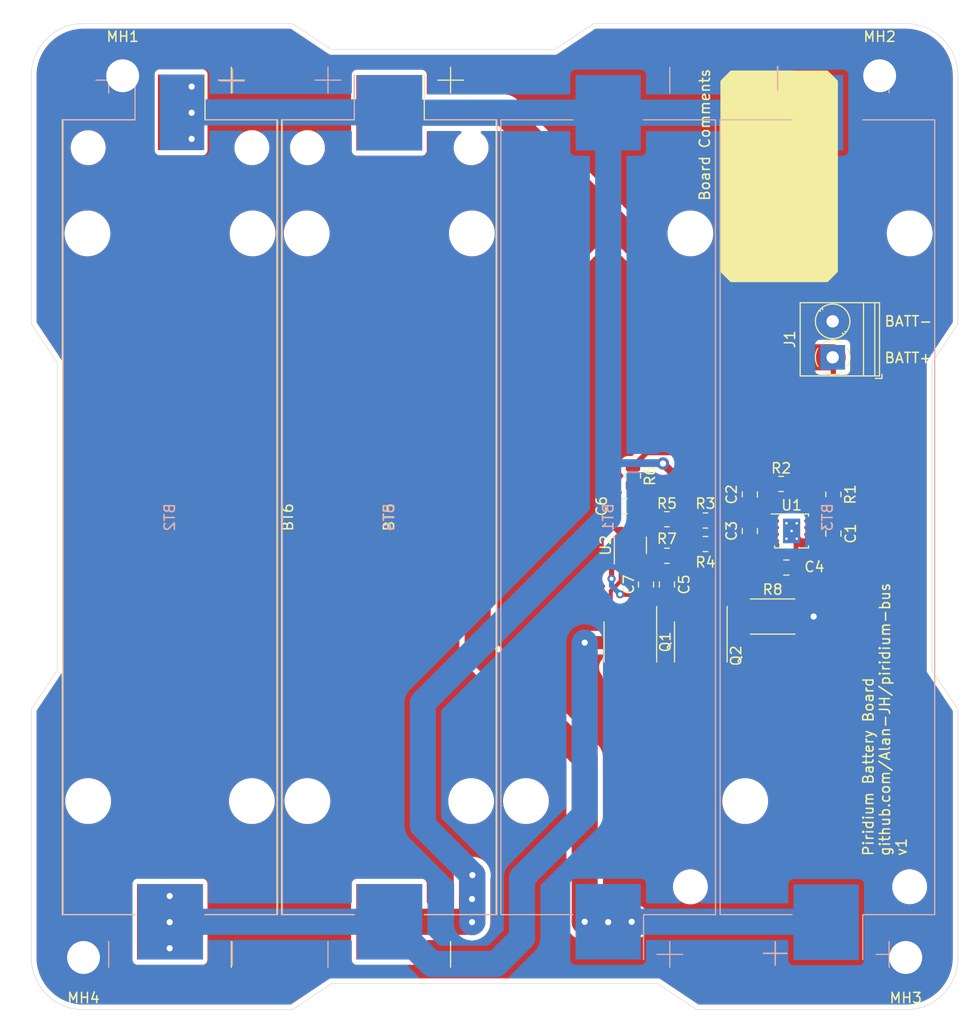
<source format=kicad_pcb>
(kicad_pcb (version 20211014) (generator pcbnew)
  (layers (0 "F.Cu" signal) (31 "B.Cu" signal) (34 "B.Paste" user) (35 "F.Paste" user) (36 "B.SilkS" user "B.Silkscreen") (37 "F.SilkS" user "F.Silkscreen") (38 "B.Mask" user) (39 "F.Mask" user) (44 "Edge.Cuts" user))
  (net 0 "")
  (net 1 "GND")
  (net 2 "+BATT")
  (net 3 "Net-(BT1-Pad2)")
  (net 4 "-BATT")
  (net 5 "Net-(C1-Pad1)")
  (net 6 "Net-(C2-Pad1)")
  (net 7 "Net-(C2-Pad2)")
  (net 8 "Net-(C3-Pad2)")
  (net 9 "Net-(C4-Pad1)")
  (net 10 "Net-(C5-Pad1)")
  (net 11 "Net-(C6-Pad1)")
  (net 12 "Net-(C7-Pad2)")
  (net 13 "Net-(Q2-Pad1)")
  (net 14 "Net-(Q1-Pad4)")
  (net 15 "Net-(Q1-Pad5)")
  (net 16 "Net-(Q2-Pad4)")
  (footprint "MountingHole:MountingHole_3.2mm_M3_DIN965_Pad" (layer "F.Cu") (at 110.49 55.88)
    (fp_text reference "MH1" (at 0 -3.8) (layer "F.SilkS"))
    (fp_text value "M3")
    (pad "1" thru_hole circle (at 0 0) (size 5.6 5.6) (drill 3.2) (layers *.Cu *.Mask) (net 1 "GND"))
  )
  (footprint "MountingHole:MountingHole_3.2mm_M3_DIN965_Pad" (layer "F.Cu") (at 184.15 55.88)
    (fp_text reference "MH2" (at 0 -3.8) (layer "F.SilkS"))
    (fp_text value "M3")
    (pad "1" thru_hole circle (at 0 0) (size 5.6 5.6) (drill 3.2) (layers *.Cu *.Mask) (net 1 "GND"))
  )
  (footprint "MountingHole:MountingHole_3.2mm_M3_DIN965_Pad" (layer "F.Cu") (at 186.69 141.61)
    (fp_text reference "MH3" (at 0 3.932) (layer "F.SilkS"))
    (fp_text value "M3")
    (pad "1" thru_hole circle (at 0 0) (size 5.6 5.6) (drill 3.2) (layers *.Cu *.Mask) (net 1 "GND"))
  )
  (footprint "MountingHole:MountingHole_3.2mm_M3_DIN965_Pad" (layer "F.Cu") (at 106.68 141.61)
    (fp_text reference "MH4" (at 0 3.932) (layer "F.SilkS"))
    (fp_text value "M3")
    (pad "1" thru_hole circle (at 0 0) (size 5.6 5.6) (drill 3.2) (layers *.Cu *.Mask) (net 1 "GND"))
  )
  (footprint "Capacitor_SMD:C_0805_2012Metric" (layer "F.Cu") (at 161.417 105.345 90)
    (fp_text reference "C7" (at 0 -1.68 90) (layer "F.SilkS"))
    (fp_text value "0.1uF")
    (fp_line (start -0.261252 -0.735) (end 0.261252 -0.735) (layer "F.SilkS") (width 0.12))
    (fp_line (start -0.261252 0.735) (end 0.261252 0.735) (layer "F.SilkS") (width 0.12))
    (pad "1" smd roundrect (at -0.95 0 90) (size 1 1.45) (layers "F.Cu" "F.Paste" "F.Mask") (net 4 "-BATT"))
    (pad "2" smd roundrect (at 0.95 0 90) (size 1 1.45) (layers "F.Cu" "F.Paste" "F.Mask") (net 12 "Net-(C7-Pad2)"))
  )
  (footprint "Capacitor_SMD:C_0805_2012Metric" (layer "F.Cu") (at 159.319 97.725 180)
    (fp_text reference "C6" (at 2.22 0 90) (layer "F.SilkS"))
    (fp_text value "0.1uF")
    (fp_line (start -0.261252 0.735) (end 0.261252 0.735) (layer "F.SilkS") (width 0.12))
    (fp_line (start -0.261252 -0.735) (end 0.261252 -0.735) (layer "F.SilkS") (width 0.12))
    (pad "1" smd roundrect (at -0.95 0 180) (size 1 1.45) (layers "F.Cu" "F.Paste" "F.Mask") (net 11 "Net-(C6-Pad1)"))
    (pad "2" smd roundrect (at 0.95 0 180) (size 1 1.45) (layers "F.Cu" "F.Paste" "F.Mask") (net 4 "-BATT"))
  )
  (footprint "Capacitor_SMD:C_0805_2012Metric" (layer "F.Cu") (at 179.6465 100.3945 -90)
    (fp_text reference "C1" (at 0 -1.68 90) (layer "F.SilkS"))
    (fp_text value "0.1uF")
    (fp_line (start -0.261252 0.735) (end 0.261252 0.735) (layer "F.SilkS") (width 0.12))
    (fp_line (start -0.261252 -0.735) (end 0.261252 -0.735) (layer "F.SilkS") (width 0.12))
    (pad "1" smd roundrect (at -0.95 0 270) (size 1 1.45) (layers "F.Cu" "F.Paste" "F.Mask") (net 5 "Net-(C1-Pad1)"))
    (pad "2" smd roundrect (at 0.95 0 270) (size 1 1.45) (layers "F.Cu" "F.Paste" "F.Mask") (net 4 "-BATT"))
  )
  (footprint "Package_SO:SOIC-8_3.9x4.9mm_P1.27mm" (layer "F.Cu") (at 166.751 110.933 -90)
    (fp_text reference "Q2" (at 1.335 -3.429 90) (layer "F.SilkS"))
    (fp_text value "Si4186DY")
    (fp_line (start 0 2.56) (end -1.95 2.56) (layer "F.SilkS") (width 0.12))
    (fp_line (start 0 -2.56) (end -3.45 -2.56) (layer "F.SilkS") (width 0.12))
    (fp_line (start 0 2.56) (end 1.95 2.56) (layer "F.SilkS") (width 0.12))
    (fp_line (start 0 -2.56) (end 1.95 -2.56) (layer "F.SilkS") (width 0.12))
    (pad "1" smd roundrect (at -2.475 -1.905 270) (size 1.95 0.6) (layers "F.Cu" "F.Paste" "F.Mask") (net 13 "Net-(Q2-Pad1)"))
    (pad "2" smd roundrect (at -2.475 -0.635 270) (size 1.95 0.6) (layers "F.Cu" "F.Paste" "F.Mask") (net 13 "Net-(Q2-Pad1)"))
    (pad "3" smd roundrect (at -2.475 0.635 270) (size 1.95 0.6) (layers "F.Cu" "F.Paste" "F.Mask") (net 13 "Net-(Q2-Pad1)"))
    (pad "4" smd roundrect (at -2.475 1.905 270) (size 1.95 0.6) (layers "F.Cu" "F.Paste" "F.Mask") (net 16 "Net-(Q2-Pad4)"))
    (pad "5" smd roundrect (at 2.475 1.905 270) (size 1.95 0.6) (layers "F.Cu" "F.Paste" "F.Mask") (net 15 "Net-(Q1-Pad5)"))
    (pad "6" smd roundrect (at 2.475 0.635 270) (size 1.95 0.6) (layers "F.Cu" "F.Paste" "F.Mask") (net 15 "Net-(Q1-Pad5)"))
    (pad "7" smd roundrect (at 2.475 -0.635 270) (size 1.95 0.6) (layers "F.Cu" "F.Paste" "F.Mask") (net 15 "Net-(Q1-Pad5)"))
    (pad "8" smd roundrect (at 2.475 -1.905 270) (size 1.95 0.6) (layers "F.Cu" "F.Paste" "F.Mask") (net 15 "Net-(Q1-Pad5)"))
  )
  (footprint "Resistor_SMD:R_0805_2012Metric" (layer "F.Cu") (at 163.449 102.551)
    (fp_text reference "R7" (at 0 -1.65) (layer "F.SilkS"))
    (fp_text value "1K")
    (fp_line (start -0.227064 0.735) (end 0.227064 0.735) (layer "F.SilkS") (width 0.12))
    (fp_line (start -0.227064 -0.735) (end 0.227064 -0.735) (layer "F.SilkS") (width 0.12))
    (pad "1" smd roundrect (at -0.9125 0) (size 1.025 1.4) (layers "F.Cu" "F.Paste" "F.Mask") (roundrect_rratio 0.243902439) (net 12 "Net-(C7-Pad2)"))
    (pad "2" smd roundrect (at 0.9125 0) (size 1.025 1.4) (layers "F.Cu" "F.Paste" "F.Mask") (roundrect_rratio 0.243902439) (net 1 "GND"))
  )
  (footprint "Capacitor_SMD:C_0805_2012Metric" (layer "F.Cu") (at 171.5185 96.5845 -90)
    (fp_text reference "C2" (at 0 1.778 90) (layer "F.SilkS"))
    (fp_text value "0.1uF")
    (fp_line (start -0.261252 0.735) (end 0.261252 0.735) (layer "F.SilkS") (width 0.12))
    (fp_line (start -0.261252 -0.735) (end 0.261252 -0.735) (layer "F.SilkS") (width 0.12))
    (pad "1" smd roundrect (at -0.95 0 270) (size 1 1.45) (layers "F.Cu" "F.Paste" "F.Mask") (net 6 "Net-(C2-Pad1)"))
    (pad "2" smd roundrect (at 0.95 0 270) (size 1 1.45) (layers "F.Cu" "F.Paste" "F.Mask") (net 7 "Net-(C2-Pad2)"))
  )
  (footprint "Resistor_SMD:R_0805_2012Metric" (layer "F.Cu") (at 167.2005 99.1245)
    (fp_text reference "R3" (at 0 -1.65) (layer "F.SilkS"))
    (fp_text value "261R")
    (fp_line (start -0.227064 -0.735) (end 0.227064 -0.735) (layer "F.SilkS") (width 0.12))
    (fp_line (start -0.227064 0.735) (end 0.227064 0.735) (layer "F.SilkS") (width 0.12))
    (pad "1" smd roundrect (at -0.9125 0) (size 1.025 1.4) (layers "F.Cu" "F.Paste" "F.Mask") (roundrect_rratio 0.243902439) (net 3 "Net-(BT1-Pad2)"))
    (pad "2" smd roundrect (at 0.9125 0) (size 1.025 1.4) (layers "F.Cu" "F.Paste" "F.Mask") (roundrect_rratio 0.243902439) (net 7 "Net-(C2-Pad2)"))
  )
  (footprint "Resistor_SMD:R_0805_2012Metric" (layer "F.Cu") (at 163.449 98.995 180)
    (fp_text reference "R5" (at 0 1.524) (layer "F.SilkS"))
    (fp_text value "261R")
    (fp_line (start -0.227064 -0.735) (end 0.227064 -0.735) (layer "F.SilkS") (width 0.12))
    (fp_line (start -0.227064 0.735) (end 0.227064 0.735) (layer "F.SilkS") (width 0.12))
    (pad "1" smd roundrect (at -0.9125 0 180) (size 1.025 1.4) (layers "F.Cu" "F.Paste" "F.Mask") (roundrect_rratio 0.243902439) (net 3 "Net-(BT1-Pad2)"))
    (pad "2" smd roundrect (at 0.9125 0 180) (size 1.025 1.4) (layers "F.Cu" "F.Paste" "F.Mask") (roundrect_rratio 0.243902439) (net 10 "Net-(C5-Pad1)"))
  )
  (footprint "Resistor_SMD:R_0805_2012Metric" (layer "F.Cu") (at 174.5665 95.5685 180)
    (fp_text reference "R2" (at 0 1.524) (layer "F.SilkS"))
    (fp_text value "160R")
    (fp_line (start -0.227064 -0.735) (end 0.227064 -0.735) (layer "F.SilkS") (width 0.12))
    (fp_line (start -0.227064 0.735) (end 0.227064 0.735) (layer "F.SilkS") (width 0.12))
    (pad "1" smd roundrect (at -0.9125 0 180) (size 1.025 1.4) (layers "F.Cu" "F.Paste" "F.Mask") (roundrect_rratio 0.243902439) (net 2 "+BATT"))
    (pad "2" smd roundrect (at 0.9125 0 180) (size 1.025 1.4) (layers "F.Cu" "F.Paste" "F.Mask") (roundrect_rratio 0.243902439) (net 6 "Net-(C2-Pad1)"))
  )
  (footprint "Resistor_SMD:R_0805_2012Metric" (layer "F.Cu") (at 167.2005 101.4105)
    (fp_text reference "R4" (at 0 1.778) (layer "F.SilkS"))
    (fp_text value "100R")
    (fp_line (start -0.227064 -0.735) (end 0.227064 -0.735) (layer "F.SilkS") (width 0.12))
    (fp_line (start -0.227064 0.735) (end 0.227064 0.735) (layer "F.SilkS") (width 0.12))
    (pad "1" smd roundrect (at -0.9125 0) (size 1.025 1.4) (layers "F.Cu" "F.Paste" "F.Mask") (roundrect_rratio 0.243902439) (net 3 "Net-(BT1-Pad2)"))
    (pad "2" smd roundrect (at 0.9125 0) (size 1.025 1.4) (layers "F.Cu" "F.Paste" "F.Mask") (roundrect_rratio 0.243902439) (net 8 "Net-(C3-Pad2)"))
  )
  (footprint "Capacitor_SMD:C_0805_2012Metric" (layer "F.Cu") (at 175.0745 103.6965)
    (fp_text reference "C4" (at 2.7255 -0.0645) (layer "F.SilkS"))
    (fp_text value "0.1uF")
    (fp_line (start -0.261252 -0.735) (end 0.261252 -0.735) (layer "F.SilkS") (width 0.12))
    (fp_line (start -0.261252 0.735) (end 0.261252 0.735) (layer "F.SilkS") (width 0.12))
    (pad "1" smd roundrect (at -0.95 0) (size 1 1.45) (layers "F.Cu" "F.Paste" "F.Mask") (net 9 "Net-(C4-Pad1)"))
    (pad "2" smd roundrect (at 0.95 0) (size 1 1.45) (layers "F.Cu" "F.Paste" "F.Mask") (net 4 "-BATT"))
  )
  (footprint "piridium-eps:Keystone_1042_1x18650_Shortpad3" (layer "F.Cu") (at 115.062 98.806 -90)
    (fp_text reference "BT6" (at 0 -11.5 -90) (layer "F.SilkS"))
    (fp_text value "18650")
    (fp_line (start -43.75 -6) (end -41.25 -6) (layer "F.SilkS") (width 0.12))
    (fp_line (start 43.75 -6) (end 41.25 -6) (layer "F.SilkS") (width 0.12))
    (fp_line (start -42.5 -4.75) (end -42.5 -7.25) (layer "F.SilkS") (width 0.12))
    (fp_line (start 38.64 10.44) (end -38.64 10.44) (layer "F.SilkS") (width 0.12))
    (fp_line (start 38.64 3.44) (end 38.64 10.44) (layer "F.SilkS") (width 0.12))
    (fp_line (start -38.64 -3.44) (end -43 -3.44) (layer "F.SilkS") (width 0.12))
    (fp_line (start 38.64 -10.44) (end -38.64 -10.44) (layer "F.SilkS") (width 0.12))
    (fp_line (start -38.64 -10.44) (end -38.64 -3.44) (layer "F.SilkS") (width 0.12))
    (fp_line (start -38.64 10.44) (end -38.64 3.44) (layer "F.SilkS") (width 0.12))
    (fp_line (start 38.64 -3.44) (end 38.64 -10.42) (layer "F.SilkS") (width 0.12))
    (pad "" np_thru_hole circle (at -35.93 -8 270) (size 2.39 2.39) (drill 2.39) (layers *.Cu *.Mask))
    (pad "" np_thru_hole circle (at 27.6 -8 270) (size 3.45 3.45) (drill 3.45) (layers *.Cu *.Mask))
    (pad "" np_thru_hole circle (at -27.6 8 270) (size 3.45 3.45) (drill 3.45) (layers *.Cu *.Mask))
    (pad "1" smd rect (at -39.37 -1.016 270) (size 7.34 4.318) (layers "F.Cu" "F.Paste" "F.Mask") (net 3 "Net-(BT1-Pad2)"))
    (pad "2" smd rect (at 39.33 0 270) (size 7.34 6.35) (layers "F.Cu" "F.Paste" "F.Mask") (net 4 "-BATT"))
  )
  (footprint "Package_SO:SOIC-8_3.9x4.9mm_P1.27mm" (layer "F.Cu") (at 159.893 110.933 -90)
    (fp_text reference "Q1" (at 0 -3.4 90) (layer "F.SilkS"))
    (fp_text value "Si4186DY")
    (fp_line (start 0 2.56) (end -1.95 2.56) (layer "F.SilkS") (width 0.12))
    (fp_line (start 0 -2.56) (end -3.45 -2.56) (layer "F.SilkS") (width 0.12))
    (fp_line (start 0 -2.56) (end 1.95 -2.56) (layer "F.SilkS") (width 0.12))
    (fp_line (start 0 2.56) (end 1.95 2.56) (layer "F.SilkS") (width 0.12))
    (pad "1" smd roundrect (at -2.475 -1.905 270) (size 1.95 0.6) (layers "F.Cu" "F.Paste" "F.Mask") (net 4 "-BATT"))
    (pad "2" smd roundrect (at -2.475 -0.635 270) (size 1.95 0.6) (layers "F.Cu" "F.Paste" "F.Mask") (net 4 "-BATT"))
    (pad "3" smd roundrect (at -2.475 0.635 270) (size 1.95 0.6) (layers "F.Cu" "F.Paste" "F.Mask") (net 4 "-BATT"))
    (pad "4" smd roundrect (at -2.475 1.905 270) (size 1.95 0.6) (layers "F.Cu" "F.Paste" "F.Mask") (net 14 "Net-(Q1-Pad4)"))
    (pad "5" smd roundrect (at 2.475 1.905 270) (size 1.95 0.6) (layers "F.Cu" "F.Paste" "F.Mask") (net 15 "Net-(Q1-Pad5)"))
    (pad "6" smd roundrect (at 2.475 0.635 270) (size 1.95 0.6) (layers "F.Cu" "F.Paste" "F.Mask") (net 15 "Net-(Q1-Pad5)"))
    (pad "7" smd roundrect (at 2.475 -0.635 270) (size 1.95 0.6) (layers "F.Cu" "F.Paste" "F.Mask") (net 15 "Net-(Q1-Pad5)"))
    (pad "8" smd roundrect (at 2.475 -1.905 270) (size 1.95 0.6) (layers "F.Cu" "F.Paste" "F.Mask") (net 15 "Net-(Q1-Pad5)"))
  )
  (footprint "TerminalBlock_Phoenix:TerminalBlock_Phoenix_PT-1,5-2-3.5-H_1x02_P3.50mm_Horizontal" (layer "F.Cu") (at 179.578 83.256 90)
    (fp_text reference "J1" (at 1.75 -4.16 90) (layer "F.SilkS"))
    (fp_text value "EPS")
    (fp_line (start -1.81 4.1) (end 5.31 4.1) (layer "F.SilkS") (width 0.12))
    (fp_line (start -1.81 4.56) (end 5.31 4.56) (layer "F.SilkS") (width 0.12))
    (fp_line (start -1.81 -3.16) (end -1.81 4.56) (layer "F.SilkS") (width 0.12))
    (fp_line (start 4.775 -1.069) (end 4.646 -0.941) (layer "F.SilkS") (width 0.12))
    (fp_line (start -1.81 -3.16) (end 5.31 -3.16) (layer "F.SilkS") (width 0.12))
    (fp_line (start 2.525 1.181) (end 2.431 1.274) (layer "F.SilkS") (width 0.12))
    (fp_line (start -1.81 3) (end 5.31 3) (layer "F.SilkS") (width 0.12))
    (fp_line (start 2.355 0.941) (end 2.226 1.069) (layer "F.SilkS") (width 0.12))
    (fp_line (start -2.05 4.16) (end -2.05 4.8) (layer "F.SilkS") (width 0.12))
    (fp_line (start 4.57 -1.275) (end 4.476 -1.181) (layer "F.SilkS") (width 0.12))
    (fp_line (start -2.05 4.8) (end -1.65 4.8) (layer "F.SilkS") (width 0.12))
    (fp_line (start 5.31 -3.16) (end 5.31 4.56) (layer "F.SilkS") (width 0.12))
    (fp_arc (start 0.028674 1.680099) (mid -0.435535 1.622918) (end -0.866 1.44) (layer "F.SilkS") (width 0.12))
    (fp_arc (start 0.890264 1.424721) (mid 0.463071 1.61492) (end 0 1.68) (layer "F.SilkS") (width 0.12))
    (fp_arc (start 1.425504 -0.890193) (mid 1.680626 0.000476) (end 1.425 0.891) (layer "F.SilkS") (width 0.12))
    (fp_arc (start -0.889894 -1.425358) (mid -0.014012 -1.680286) (end 0.866 -1.44) (layer "F.SilkS") (width 0.12))
    (fp_arc (start -1.425358 0.889894) (mid -1.680286 0.014012) (end -1.44 -0.866) (layer "F.SilkS") (width 0.12))
    (fp_circle (center 3.5 0) (end 5.18 0) (layer "F.SilkS") (width 0.12) (fill none))
    (pad "1" thru_hole rect (at 0 0 90) (size 2.4 2.4) (drill 1.2) (layers *.Cu *.Mask) (net 2 "+BATT"))
    (pad "2" thru_hole circle (at 3.5 0 90) (size 2.4 2.4) (drill 1.2) (layers *.Cu *.Mask) (net 1 "GND"))
  )
  (footprint "Capacitor_SMD:C_0805_2012Metric" (layer "F.Cu") (at 171.5185 100.1405 -90)
    (fp_text reference "C3" (at 0 1.778 90) (layer "F.SilkS"))
    (fp_text value "0.1uF")
    (fp_line (start -0.261252 0.735) (end 0.261252 0.735) (layer "F.SilkS") (width 0.12))
    (fp_line (start -0.261252 -0.735) (end 0.261252 -0.735) (layer "F.SilkS") (width 0.12))
    (pad "1" smd roundrect (at -0.95 0 270) (size 1 1.45) (layers "F.Cu" "F.Paste" "F.Mask") (net 7 "Net-(C2-Pad2)"))
    (pad "2" smd roundrect (at 0.95 0 270) (size 1 1.45) (layers "F.Cu" "F.Paste" "F.Mask") (net 8 "Net-(C3-Pad2)"))
  )
  (footprint "Resistor_SMD:R_0805_2012Metric" (layer "F.Cu") (at 179.6465 96.5845 -90)
    (fp_text reference "R1" (at 0 -1.65 90) (layer "F.SilkS"))
    (fp_text value "100R")
    (fp_line (start -0.227064 0.735) (end 0.227064 0.735) (layer "F.SilkS") (width 0.12))
    (fp_line (start -0.227064 -0.735) (end 0.227064 -0.735) (layer "F.SilkS") (width 0.12))
    (pad "1" smd roundrect (at -0.9125 0 270) (size 1.025 1.4) (layers "F.Cu" "F.Paste" "F.Mask") (roundrect_rratio 0.243902439) (net 2 "+BATT"))
    (pad "2" smd roundrect (at 0.9125 0 270) (size 1.025 1.4) (layers "F.Cu" "F.Paste" "F.Mask") (roundrect_rratio 0.243902439) (net 5 "Net-(C1-Pad1)"))
  )
  (footprint "Capacitor_SMD:C_0805_2012Metric" (layer "F.Cu") (at 163.449 105.345 -90)
    (fp_text reference "C5" (at 0 -1.68 90) (layer "F.SilkS"))
    (fp_text value "0.1uF")
    (fp_line (start -0.261252 0.735) (end 0.261252 0.735) (layer "F.SilkS") (width 0.12))
    (fp_line (start -0.261252 -0.735) (end 0.261252 -0.735) (layer "F.SilkS") (width 0.12))
    (pad "1" smd roundrect (at -0.95 0 270) (size 1 1.45) (layers "F.Cu" "F.Paste" "F.Mask") (net 10 "Net-(C5-Pad1)"))
    (pad "2" smd roundrect (at 0.95 0 270) (size 1 1.45) (layers "F.Cu" "F.Paste" "F.Mask") (net 4 "-BATT"))
  )
  (footprint "Battery:BatteryHolder_Keystone_1042_1x18650" (layer "F.Cu") (at 136.398 98.806 -90)
    (fp_text reference "BT5" (at 0 0 90) (layer "F.SilkS"))
    (fp_text value "18650")
    (fp_line (start -38.64 -3.44) (end -43 -3.44) (layer "F.SilkS") (width 0.12))
    (fp_line (start -38.64 10.44) (end -38.64 3.44) (layer "F.SilkS") (width 0.12))
    (fp_line (start 38.64 3.44) (end 38.64 10.44) (layer "F.SilkS") (width 0.12))
    (fp_line (start -43.75 -6) (end -41.25 -6) (layer "F.SilkS") (width 0.12))
    (fp_line (start -42.5 -4.75) (end -42.5 -7.25) (layer "F.SilkS") (width 0.12))
    (fp_line (start 38.64 10.44) (end -38.64 10.44) (layer "F.SilkS") (width 0.12))
    (fp_line (start 38.64 -10.44) (end -38.64 -10.44) (layer "F.SilkS") (width 0.12))
    (fp_line (start 38.64 -3.44) (end 38.64 -10.42) (layer "F.SilkS") (width 0.12))
    (fp_line (start 43.75 -6) (end 41.25 -6) (layer "F.SilkS") (width 0.12))
    (fp_line (start -38.64 -10.44) (end -38.64 -3.44) (layer "F.SilkS") (width 0.12))
    (pad "" np_thru_hole circle (at -27.6 8 270) (size 3.45 3.45) (drill 3.45) (layers *.Cu *.Mask))
    (pad "" np_thru_hole circle (at -35.93 -8 270) (size 2.39 2.39) (drill 2.39) (layers *.Cu *.Mask))
    (pad "" np_thru_hole circle (at 27.6 -8 270) (size 3.45 3.45) (drill 3.45) (layers *.Cu *.Mask))
    (pad "1" smd rect (at -39.33 0 270) (size 7.34 6.35) (layers "F.Cu" "F.Paste" "F.Mask") (net 2 "+BATT"))
    (pad "2" smd rect (at 39.33 0 270) (size 7.34 6.35) (layers "F.Cu" "F.Paste" "F.Mask") (net 3 "Net-(BT1-Pad2)"))
  )
  (footprint "Resistor_SMD:R_0805_2012Metric" (layer "F.Cu") (at 160.147 94.7805 -90)
    (fp_text reference "R6" (at 0 -1.65 90) (layer "F.SilkS"))
    (fp_text value "261R")
    (fp_line (start -0.227064 0.735) (end 0.227064 0.735) (layer "F.SilkS") (width 0.12))
    (fp_line (start -0.227064 -0.735) (end 0.227064 -0.735) (layer "F.SilkS") (width 0.12))
    (pad "1" smd roundrect (at -0.9125 0 270) (size 1.025 1.4) (layers "F.Cu" "F.Paste" "F.Mask") (roundrect_rratio 0.243902439) (net 2 "+BATT"))
    (pad "2" smd roundrect (at 0.9125 0 270) (size 1.025 1.4) (layers "F.Cu" "F.Paste" "F.Mask") (roundrect_rratio 0.243902439) (net 11 "Net-(C6-Pad1)"))
  )
  (footprint "Resistor_SMD:R_2512_6332Metric" (layer "F.Cu") (at 173.736 108.458)
    (fp_text reference "R8" (at 0 -2.62) (layer "F.SilkS"))
    (fp_text value "20m")
    (fp_line (start -2.177064 1.71) (end 2.177064 1.71) (layer "F.SilkS") (width 0.12))
    (fp_line (start -2.177064 -1.71) (end 2.177064 -1.71) (layer "F.SilkS") (width 0.12))
    (pad "1" smd roundrect (at -2.9625 0) (size 1.225 3.35) (layers "F.Cu" "F.Paste" "F.Mask") (roundrect_rratio 0.2040816327) (net 13 "Net-(Q2-Pad1)"))
    (pad "2" smd roundrect (at 2.9625 0) (size 1.225 3.35) (layers "F.Cu" "F.Paste" "F.Mask") (roundrect_rratio 0.2040816327) (net 1 "GND"))
  )
  (footprint "Package_TO_SOT_SMD:SOT-23-6" (layer "F.Cu") (at 159.893 101.535 90)
    (fp_text reference "U2" (at 0 -2.4 90) (layer "F.SilkS"))
    (fp_text value "R5460N212AF")
    (fp_line (start 0 1.56) (end -0.8 1.56) (layer "F.SilkS") (width 0.12))
    (fp_line (start 0 -1.56) (end -1.8 -1.56) (layer "F.SilkS") (width 0.12))
    (fp_line (start 0 1.56) (end 0.8 1.56) (layer "F.SilkS") (width 0.12))
    (fp_line (start 0 -1.56) (end 0.8 -1.56) (layer "F.SilkS") (width 0.12))
    (pad "1" smd roundrect (at -1.1375 -0.95 90) (size 1.325 0.6) (layers "F.Cu" "F.Paste" "F.Mask") (net 14 "Net-(Q1-Pad4)"))
    (pad "2" smd roundrect (at -1.1375 0 90) (size 1.325 0.6) (layers "F.Cu" "F.Paste" "F.Mask") (net 16 "Net-(Q2-Pad4)"))
    (pad "3" smd roundrect (at -1.1375 0.95 90) (size 1.325 0.6) (layers "F.Cu" "F.Paste" "F.Mask") (net 12 "Net-(C7-Pad2)"))
    (pad "4" smd roundrect (at 1.1375 0.95 90) (size 1.325 0.6) (layers "F.Cu" "F.Paste" "F.Mask") (net 10 "Net-(C5-Pad1)"))
    (pad "5" smd roundrect (at 1.1375 0 90) (size 1.325 0.6) (layers "F.Cu" "F.Paste" "F.Mask") (net 11 "Net-(C6-Pad1)"))
    (pad "6" smd roundrect (at 1.1375 -0.95 90) (size 1.325 0.6) (layers "F.Cu" "F.Paste" "F.Mask") (net 4 "-BATT"))
  )
  (footprint "Package_SON:Texas_S-PVSON-N8_ThermalVias" (layer "F.Cu") (at 175.5825 100.1405)
    (fp_text reference "U1" (at 0 -2.5) (layer "F.SilkS"))
    (fp_text value "BQ29209")
    (fp_line (start 0.7 -1.65) (end 1.65 -1.65) (layer "F.SilkS") (width 0.12))
    (fp_line (start 1.65 1.45) (end 1.65 1.65) (layer "F.SilkS") (width 0.12))
    (fp_line (start -1.65 1.65) (end -0.7 1.65) (layer "F.SilkS") (width 0.12))
    (fp_line (start 0.7 1.65) (end 1.65 1.65) (layer "F.SilkS") (width 0.12))
    (fp_line (start -2 -1.65) (end -0.7 -1.65) (layer "F.SilkS") (width 0.12))
    (fp_line (start -1.65 1.65) (end -1.65 1.45) (layer "F.SilkS") (width 0.12))
    (fp_line (start 1.65 -1.45) (end 1.65 -1.65) (layer "F.SilkS") (width 0.12))
    (pad "1" smd oval (at -1.55 -0.975) (size 0.65 0.4) (layers "F.Cu" "F.Paste" "F.Mask"))
    (pad "1" smd rect (at -1.75 -0.975) (size 0.3 0.4) (layers "F.Cu" "F.Paste" "F.Mask"))
    (pad "2" smd oval (at -1.55 -0.325) (size 0.65 0.4) (layers "F.Cu" "F.Paste" "F.Mask") (net 7 "Net-(C2-Pad2)"))
    (pad "2" smd rect (at -1.75 -0.325) (size 0.3 0.4) (layers "F.Cu" "F.Paste" "F.Mask") (net 7 "Net-(C2-Pad2)"))
    (pad "3" smd oval (at -1.55 0.325) (size 0.65 0.4) (layers "F.Cu" "F.Paste" "F.Mask") (net 8 "Net-(C3-Pad2)"))
    (pad "3" smd rect (at -1.75 0.325) (size 0.3 0.4) (layers "F.Cu" "F.Paste" "F.Mask") (net 8 "Net-(C3-Pad2)"))
    (pad "4" smd rect (at -1.75 0.975) (size 0.3 0.4) (layers "F.Cu" "F.Paste" "F.Mask") (net 9 "Net-(C4-Pad1)"))
    (pad "4" smd oval (at -1.55 0.975) (size 0.65 0.4) (layers "F.Cu" "F.Paste" "F.Mask") (net 9 "Net-(C4-Pad1)"))
    (pad "5" smd oval (at 1.55 0.975) (size 0.65 0.4) (layers "F.Cu" "F.Paste" "F.Mask") (net 4 "-BATT"))
    (pad "5" smd rect (at 1.75 0.975) (size 0.3 0.4) (layers "F.Cu" "F.Paste" "F.Mask") (net 4 "-BATT"))
    (pad "6" smd oval (at 1.55 0.325) (size 0.65 0.4) (layers "F.Cu" "F.Paste" "F.Mask") (net 4 "-BATT"))
    (pad "6" smd rect (at 1.75 0.325) (size 0.3 0.4) (layers "F.Cu" "F.Paste" "F.Mask") (net 4 "-BATT"))
    (pad "7" smd rect (at 1.75 -0.325) (size 0.3 0.4) (layers "F.Cu" "F.Paste" "F.Mask") (net 5 "Net-(C1-Pad1)"))
    (pad "7" smd oval (at 1.55 -0.325) (size 0.65 0.4) (layers "F.Cu" "F.Paste" "F.Mask") (net 5 "Net-(C1-Pad1)"))
    (pad "8" smd oval (at 1.55 -0.975) (size 0.65 0.4) (layers "F.Cu" "F.Paste" "F.Mask"))
    (pad "8" smd rect (at 1.75 -0.975) (size 0.3 0.4) (layers "F.Cu" "F.Paste" "F.Mask"))
    (pad "9" smd rect (at 0.45 -0.625) (size 0.65 1) (layers "F.Cu" "F.Paste" "F.Mask") (net 4 "-BATT"))
    (pad "9" thru_hole circle (at 0.5 -0.75) (size 0.6 0.6) (drill 0.25) (layers *.Cu) (net 4 "-BATT"))
    (pad "9" thru_hole circle (at -0.5 -0.75) (size 0.6 0.6) (drill 0.25) (layers *.Cu) (net 4 "-BATT"))
    (pad "9" smd rect (at 0 0) (size 1.65 2.4) (layers "F.Cu" "F.Mask") (net 4 "-BATT"))
    (pad "9" thru_hole circle (at -0.5 0.75) (size 0.6 0.6) (drill 0.25) (layers *.Cu) (net 4 "-BATT"))
    (pad "9" smd rect (at 0.45 0.625) (size 0.65 1) (layers "F.Cu" "F.Paste" "F.Mask") (net 4 "-BATT"))
    (pad "9" thru_hole circle (at 0 0) (size 0.6 0.6) (drill 0.25) (layers *.Cu) (net 4 "-BATT"))
    (pad "9" smd rect (at -0.45 -0.625) (size 0.65 1) (layers "F.Cu" "F.Paste" "F.Mask") (net 4 "-BATT"))
    (pad "9" smd rect (at -0.45 0.625) (size 0.65 1) (layers "F.Cu" "F.Paste" "F.Mask") (net 4 "-BATT"))
    (pad "9" smd rect (at 0 0) (size 1.65 2.4) (layers "B.Cu") (net 4 "-BATT"))
    (pad "9" thru_hole circle (at 0.5 0.75) (size 0.6 0.6) (drill 0.25) (layers *.Cu) (net 4 "-BATT"))
  )
  (footprint "piridium-eps:Keystone_1042_1x18650_Shortpad2" (layer "B.Cu") (at 179.07 98.806 90)
    (fp_text reference "BT3" (at 0 0 270) (layer "B.SilkS") (effects (justify mirror)))
    (fp_text value "18650")
    (fp_line (start -43.75 6) (end -41.25 6) (layer "B.SilkS") (width 0.12))
    (fp_line (start 38.64 -3.44) (end 38.64 -10.44) (layer "B.SilkS") (width 0.12))
    (fp_line (start 43.75 6) (end 41.25 6) (layer "B.SilkS") (width 0.12))
    (fp_line (start 38.64 -10.44) (end -38.64 -10.44) (layer "B.SilkS") (width 0.12))
    (fp_line (start -38.64 10.44) (end -38.64 3.44) (layer "B.SilkS") (width 0.12))
    (fp_line (start 38.64 3.44) (end 38.64 10.42) (layer "B.SilkS") (width 0.12))
    (fp_line (start -42.5 4.75) (end -42.5 7.25) (layer "B.SilkS") (width 0.12))
    (fp_line (start 38.64 10.44) (end -38.64 10.44) (layer "B.SilkS") (width 0.12))
    (fp_line (start -38.64 -10.44) (end -38.64 -3.44) (layer "B.SilkS") (width 0.12))
    (fp_line (start -38.64 3.44) (end -43 3.44) (layer "B.SilkS") (width 0.12))
    (pad "" np_thru_hole circle (at -35.93 8 90) (size 2.39 2.39) (drill 2.39) (layers *.Cu *.Mask))
    (pad "" np_thru_hole circle (at -27.6 -8 90) (size 3.45 3.45) (drill 3.45) (layers *.Cu *.Mask))
    (pad "" np_thru_hole circle (at 27.6 8 90) (size 3.45 3.45) (drill 3.45) (layers *.Cu *.Mask))
    (pad "1" smd rect (at -39.37 -0.127 90) (size 7.34 6.35) (layers "B.Cu" "B.Paste" "B.Mask") (net 2 "+BATT"))
    (pad "2" smd rect (at 39.33 -0.8255 90) (size 7.34 4.699) (layers "B.Cu" "B.Paste" "B.Mask") (net 3 "Net-(BT1-Pad2)"))
  )
  (footprint "piridium-eps:Keystone_1042_1x18650_Shortpad" (layer "B.Cu") (at 115.132 98.806 -90)
    (fp_text reference "BT2" (at 0 0.07 90) (layer "B.SilkS") (effects (justify mirror)))
    (fp_text value "18650")
    (fp_line (start 38.64 -3.44) (end 38.64 -10.44) (layer "B.SilkS") (width 0.12))
    (fp_line (start 43.75 6) (end 41.25 6) (layer "B.SilkS") (width 0.12))
    (fp_line (start -38.64 10.44) (end -38.64 3.44) (layer "B.SilkS") (width 0.12))
    (fp_line (start -38.64 -10.44) (end -38.64 -3.44) (layer "B.SilkS") (width 0.12))
    (fp_line (start -38.64 3.44) (end -43 3.44) (layer "B.SilkS") (width 0.12))
    (fp_line (start 38.64 10.44) (end -38.64 10.44) (layer "B.SilkS") (width 0.12))
    (fp_line (start -43.75 6) (end -41.25 6) (layer "B.SilkS") (width 0.12))
    (fp_line (start 38.64 3.44) (end 38.64 10.42) (layer "B.SilkS") (width 0.12))
    (fp_line (start -42.5 4.75) (end -42.5 7.25) (layer "B.SilkS") (width 0.12))
    (fp_line (start 38.64 -10.44) (end -38.64 -10.44) (layer "B.SilkS") (width 0.12))
    (pad "" np_thru_hole circle (at -27.6 -8 270) (size 3.45 3.45) (drill 3.45) (layers *.Cu *.Mask))
    (pad "" np_thru_hole circle (at 27.6 8 270) (size 3.45 3.45) (drill 3.45) (layers *.Cu *.Mask))
    (pad "" np_thru_hole circle (at -35.93 8 270) (size 2.39 2.39) (drill 2.39) (layers *.Cu *.Mask))
    (pad "1" smd rect (at -39.37 -1.143 270) (size 7.34 4.318) (layers "B.Cu" "B.Paste" "B.Mask") (net 3 "Net-(BT1-Pad2)"))
    (pad "2" smd rect (at 39.33 0 270) (size 7.34 6.35) (layers "B.Cu" "B.Paste" "B.Mask") (net 4 "-BATT"))
  )
  (footprint "Battery:BatteryHolder_Keystone_1042_1x18650" (layer "B.Cu") (at 136.468 98.806 -90)
    (fp_text reference "BT4" (at 0 0.07 90) (layer "B.SilkS") (effects (justify mirror)))
    (fp_text value "18650")
    (fp_line (start 38.64 10.44) (end -38.64 10.44) (layer "B.SilkS") (width 0.12))
    (fp_line (start 38.64 3.44) (end 38.64 10.42) (layer "B.SilkS") (width 0.12))
    (fp_line (start -38.64 3.44) (end -43 3.44) (layer "B.SilkS") (width 0.12))
    (fp_line (start -38.64 10.44) (end -38.64 3.44) (layer "B.SilkS") (width 0.12))
    (fp_line (start 43.75 6) (end 41.25 6) (layer "B.SilkS") (width 0.12))
    (fp_line (start -43.75 6) (end -41.25 6) (layer "B.SilkS") (width 0.12))
    (fp_line (start -42.5 4.75) (end -42.5 7.25) (layer "B.SilkS") (width 0.12))
    (fp_line (start -38.64 -10.44) (end -38.64 -3.44) (layer "B.SilkS") (width 0.12))
    (fp_line (start 38.64 -10.44) (end -38.64 -10.44) (layer "B.SilkS") (width 0.12))
    (fp_line (start 38.64 -3.44) (end 38.64 -10.44) (layer "B.SilkS") (width 0.12))
    (pad "" np_thru_hole circle (at -35.93 8 270) (size 2.39 2.39) (drill 2.39) (layers *.Cu *.Mask))
    (pad "" np_thru_hole circle (at 27.6 8 270) (size 3.45 3.45) (drill 3.45) (layers *.Cu *.Mask))
    (pad "" np_thru_hole circle (at -27.6 -8 270) (size 3.45 3.45) (drill 3.45) (layers *.Cu *.Mask))
    (pad "1" smd rect (at -39.33 0 270) (size 7.34 6.35) (layers "B.Cu" "B.Paste" "B.Mask") (net 3 "Net-(BT1-Pad2)"))
    (pad "2" smd rect (at 39.33 0 270) (size 7.34 6.35) (layers "B.Cu" "B.Paste" "B.Mask") (net 4 "-BATT"))
  )
  (footprint "Battery:BatteryHolder_Keystone_1042_1x18650" (layer "B.Cu") (at 157.734 98.806 90)
    (fp_text reference "BT1" (at 0 0 90) (layer "B.SilkS") (effects (justify mirror)))
    (fp_text value "18650")
    (fp_line (start 38.64 10.44) (end -38.64 10.44) (layer "B.SilkS") (width 0.12))
    (fp_line (start 43.75 6) (end 41.25 6) (layer "B.SilkS") (width 0.12))
    (fp_line (start 38.64 3.44) (end 38.64 10.42) (layer "B.SilkS") (width 0.12))
    (fp_line (start 38.64 -3.44) (end 38.64 -10.44) (layer "B.SilkS") (width 0.12))
    (fp_line (start -38.64 10.44) (end -38.64 3.44) (layer "B.SilkS") (width 0.12))
    (fp_line (start -43.75 6) (end -41.25 6) (layer "B.SilkS") (width 0.12))
    (fp_line (start -42.5 4.75) (end -42.5 7.25) (layer "B.SilkS") (width 0.12))
    (fp_line (start -38.64 -10.44) (end -38.64 -3.44) (layer "B.SilkS") (width 0.12))
    (fp_line (start -38.64 3.44) (end -43 3.44) (layer "B.SilkS") (width 0.12))
    (fp_line (start 38.64 -10.44) (end -38.64 -10.44) (layer "B.SilkS") (width 0.12))
    (pad "" np_thru_hole circle (at -27.6 -8 90) (size 3.45 3.45) (drill 3.45) (layers *.Cu *.Mask))
    (pad "" np_thru_hole circle (at 27.6 8 90) (size 3.45 3.45) (drill 3.45) (layers *.Cu *.Mask))
    (pad "" np_thru_hole circle (at -35.93 8 90) (size 2.39 2.39) (drill 2.39) (layers *.Cu *.Mask))
    (pad "1" smd rect (at -39.33 0 90) (size 7.34 6.35) (layers "B.Cu" "B.Paste" "B.Mask") (net 2 "+BATT"))
    (pad "2" smd rect (at 39.33 0 90) (size 7.34 6.35) (layers "B.Cu" "B.Paste" "B.Mask") (net 3 "Net-(BT1-Pad2)"))
  )
  (gr_line (start 186.69 146.69) (end 166.37 146.69) (layer "Edge.Cuts") (width 0.05))
  (gr_arc (start 186.69 50.8) (mid 190.282102 52.287898) (end 191.77 55.88) (layer "Edge.Cuts") (width 0.05))
  (gr_line (start 127 146.69) (end 130.81 144.15) (layer "Edge.Cuts") (width 0.05))
  (gr_line (start 104.14 83.82) (end 104.14 113.67) (layer "Edge.Cuts") (width 0.05))
  (gr_line (start 191.77 117.48) (end 191.77 141.61) (layer "Edge.Cuts") (width 0.05))
  (gr_line (start 156.337 50.8) (end 186.69 50.8) (layer "Edge.Cuts") (width 0.05))
  (gr_line (start 130.81 53.34) (end 127 50.8) (layer "Edge.Cuts") (width 0.05))
  (gr_line (start 101.6 80.01) (end 101.6 55.88) (layer "Edge.Cuts") (width 0.05))
  (gr_line (start 191.77 80.01) (end 191.77 55.88) (layer "Edge.Cuts") (width 0.05))
  (gr_line (start 101.6 80.01) (end 104.14 83.82) (layer "Edge.Cuts") (width 0.05))
  (gr_arc (start 101.6 55.88) (mid 103.087898 52.287898) (end 106.68 50.8) (layer "Edge.Cuts") (width 0.05))
  (gr_line (start 152.527 53.34) (end 130.81 53.34) (layer "Edge.Cuts") (width 0.05))
  (gr_arc (start 106.68 146.69) (mid 103.087898 145.202102) (end 101.6 141.61) (layer "Edge.Cuts") (width 0.05))
  (gr_line (start 191.77 117.48) (end 189.23 113.67) (layer "Edge.Cuts") (width 0.05))
  (gr_arc (start 191.77 141.61) (mid 190.282102 145.202102) (end 186.69 146.69) (layer "Edge.Cuts") (width 0.05))
  (gr_line (start 189.23 113.67) (end 189.23 83.82) (layer "Edge.Cuts") (width 0.05))
  (gr_line (start 130.81 144.15) (end 162.56 144.15) (layer "Edge.Cuts") (width 0.05))
  (gr_line (start 104.14 113.67) (end 101.6 117.48) (layer "Edge.Cuts") (width 0.05))
  (gr_line (start 189.23 83.82) (end 191.77 80.01) (layer "Edge.Cuts") (width 0.05))
  (gr_line (start 162.56 144.15) (end 166.37 146.69) (layer "Edge.Cuts") (width 0.05))
  (gr_line (start 156.337 50.8) (end 152.527 53.34) (layer "Edge.Cuts") (width 0.05))
  (gr_line (start 106.68 50.8) (end 127 50.8) (layer "Edge.Cuts") (width 0.05))
  (gr_line (start 106.68 146.69) (end 127 146.69) (layer "Edge.Cuts") (width 0.05))
  (gr_line (start 101.6 117.48) (end 101.6 141.61) (layer "Edge.Cuts") (width 0.05))
  (gr_text "+" (at 173.99 140.97) (layer "B.SilkS") (effects (font (size 3 3)) (justify mirror)))
  (gr_text "+" (at 121.158 56.134) (layer "B.SilkS") (effects (font (size 3 3)) (justify mirror)))
  (gr_text "-" (at 173.99 56.134 90) (layer "B.SilkS") (effects (font (size 3 3)) (justify mirror)))
  (gr_text "-" (at 120.904 141.224 90) (layer "B.SilkS") (effects (font (size 3 3)) (justify mirror)))
  (gr_text "BATT-" (at 186.944 79.756) (layer "F.SilkS") (effects (font (size 1 1))))
  (gr_text "Board Comments" (at 167.132 55.118 90) (layer "F.SilkS") (effects (font (size 1 1)) (justify right)))
  (gr_text "Piridium Battery Board\ngithub.com/Alan-JH/piridium-bus\nv1" (at 184.658 131.826 90) (layer "F.SilkS") (effects (font (size 1 1)) (justify left)))
  (gr_text "BATT+" (at 186.944 83.312) (layer "F.SilkS") (effects (font (size 1 1))))
  (segment (start 176.6985 108.458) (end 173.6505 105.41) (width 0.508) (layer "F.Cu") (net 1))
  (segment (start 176.6985 108.458) (end 177.727 108.458) (width 2.54) (layer "F.Cu") (net 1))
  (segment (start 173.6505 105.41) (end 167.2205 105.41) (width 0.508) (layer "F.Cu") (net 1))
  (segment (start 167.2205 105.41) (end 164.3615 102.551) (width 0.508) (layer "F.Cu") (net 1))
  (via (at 177.727 108.458) (size 1.2) (drill 0.6) (layers "F.Cu" "B.Cu") (net 1))
  (segment (start 179.578 83.256) (end 179.6465 83.3245) (width 0.508) (layer "F.Cu") (net 2))
  (segment (start 160.02 138.136) (end 155.448 138.136) (width 2.54) (layer "F.Cu") (net 2))
  (segment (start 171.394 83.256) (end 147.614 59.476) (width 2.54) (layer "F.Cu") (net 2))
  (segment (start 161.4905 92.5245) (end 179.6465 92.5245) (width 0.508) (layer "F.Cu") (net 2))
  (segment (start 147.614 59.476) (end 136.398 59.476) (width 2.54) (layer "F.Cu") (net 2))
  (segment (start 179.6465 95.672) (end 175.5825 95.672) (width 0.508) (layer "F.Cu") (net 2))
  (segment (start 179.578 83.256) (end 171.394 83.256) (width 2.54) (layer "F.Cu") (net 2))
  (segment (start 179.6465 83.3245) (end 179.6465 92.5245) (width 0.508) (layer "F.Cu") (net 2))
  (segment (start 160.147 93.868) (end 161.4905 92.5245) (width 0.508) (layer "F.Cu") (net 2))
  (segment (start 155.448 122.174) (end 145.034 111.76) (width 2.54) (layer "F.Cu") (net 2))
  (segment (start 179.6465 95.672) (end 179.6465 92.5245) (width 0.508) (layer "F.Cu") (net 2))
  (segment (start 145.034 82.296) (end 157.734 69.596) (width 2.54) (layer "F.Cu") (net 2))
  (segment (start 175.5825 95.672) (end 175.479 95.5685) (width 0.508) (layer "F.Cu") (net 2))
  (segment (start 145.034 111.76) (end 145.034 82.296) (width 2.54) (layer "F.Cu") (net 2))
  (segment (start 155.448 138.136) (end 155.448 122.174) (width 2.54) (layer "F.Cu") (net 2))
  (via (at 155.448 138.136) (size 1.2) (drill 0.6) (layers "F.Cu" "B.Cu") (net 2))
  (via (at 160.02 138.136) (size 1.2) (drill 0.6) (layers "F.Cu" "B.Cu") (net 2))
  (via (at 157.734 138.176) (size 1.2) (drill 0.6) (layers "F.Cu" "B.Cu") (net 2))
  (segment (start 178.903 138.136) (end 178.943 138.176) (width 2.54) (layer "B.Cu") (net 2))
  (segment (start 157.734 138.136) (end 157.948 138.136) (width 2.54) (layer "B.Cu") (net 2))
  (segment (start 157.948 138.136) (end 178.903 138.136) (width 2.54) (layer "B.Cu") (net 2))
  (segment (start 166.1585 98.995) (end 166.288 99.1245) (width 0.508) (layer "F.Cu") (net 3))
  (segment (start 144.486 138.176) (end 144.486 133.644) (width 2.54) (layer "F.Cu") (net 3))
  (segment (start 166.288 101.4105) (end 166.288 99.1245) (width 0.508) (layer "F.Cu") (net 3))
  (segment (start 165.289 95.799) (end 165.289 98.995) (width 0.762) (layer "F.Cu") (net 3))
  (segment (start 144.486 133.644) (end 144.526 133.604) (width 2.54) (layer "F.Cu") (net 3))
  (segment (start 144.486 135.93) (end 144.486 138.136) (width 2.54) (layer "F.Cu") (net 3))
  (segment (start 165.289 98.995) (end 166.1585 98.995) (width 0.508) (layer "F.Cu") (net 3))
  (segment (start 144.486 138.136) (end 136.398 138.136) (width 2.54) (layer "F.Cu") (net 3))
  (segment (start 164.3615 98.995) (end 165.289 98.995) (width 0.508) (layer "F.Cu") (net 3))
  (segment (start 163.068 93.578) (end 165.289 95.799) (width 0.762) (layer "F.Cu") (net 3))
  (via (at 144.486 138.176) (size 1.2) (drill 0.6) (layers "F.Cu" "B.Cu") (net 3))
  (via (at 144.486 135.93) (size 1.2) (drill 0.6) (layers "F.Cu" "B.Cu") (net 3))
  (via (at 117.201 62.016) (size 1.2) (drill 0.6) (layers "F.Cu" "B.Cu") (net 3))
  (via (at 144.526 133.604) (size 1.2) (drill 0.6) (layers "F.Cu" "B.Cu") (net 3))
  (via (at 117.201 59.476) (size 1.2) (drill 0.6) (layers "F.Cu" "B.Cu") (net 3))
  (via (at 163.068 93.578) (size 1.2) (drill 0.6) (layers "F.Cu" "B.Cu") (net 3))
  (via (at 117.201 56.936) (size 1.2) (drill 0.6) (layers "F.Cu" "B.Cu") (net 3))
  (segment (start 139.152 59.476) (end 136.468 59.476) (width 2.54) (layer "B.Cu") (net 3))
  (segment (start 144.526 133.604) (end 144.526 138.136) (width 2.54) (layer "B.Cu") (net 3))
  (segment (start 143.724 59.476) (end 141.184 59.476) (width 2.54) (layer "B.Cu") (net 3))
  (segment (start 157.734 93.472) (end 157.805001 93.543001) (width 0.762) (layer "B.Cu") (net 3))
  (segment (start 157.805001 93.543001) (end 163.033001 93.543001) (width 0.762) (layer "B.Cu") (net 3))
  (segment (start 139.7 116.84) (end 157.734 98.806) (width 2.54) (layer "B.Cu") (net 3))
  (segment (start 157.734 59.476) (end 143.724 59.476) (width 2.54) (layer "B.Cu") (net 3))
  (segment (start 139.7 128.778) (end 139.7 116.84) (width 2.54) (layer "B.Cu") (net 3))
  (segment (start 157.734 98.806) (end 157.734 59.476) (width 2.54) (layer "B.Cu") (net 3))
  (segment (start 141.184 59.476) (end 139.152 59.476) (width 2.54) (layer "B.Cu") (net 3))
  (segment (start 144.526 138.136) (end 144.486 138.176) (width 2.54) (layer "B.Cu") (net 3))
  (segment (start 144.526 133.604) (end 139.7 128.778) (width 2.54) (layer "B.Cu") (net 3))
  (segment (start 117.602 59.436) (end 136.428 59.436) (width 2.54) (layer "B.Cu") (net 3))
  (segment (start 136.428 59.436) (end 136.468 59.476) (width 2.54) (layer "B.Cu") (net 3))
  (segment (start 163.033001 93.543001) (end 163.068 93.578) (width 0.762) (layer "B.Cu") (net 3))
  (segment (start 178.2445 59.476) (end 157.734 59.476) (width 2.54) (layer "B.Cu") (net 3))
  (segment (start 116.275 59.436) (end 117.602 59.436) (width 2.54) (layer "B.Cu") (net 3))
  (segment (start 179.832 104.648) (end 175.5825 100.3985) (width 0.762) (layer "F.Cu") (net 4))
  (segment (start 161.798 106.676) (end 161.417 106.295) (width 0.508) (layer "F.Cu") (net 4))
  (segment (start 159.258 110.998) (end 178.562 110.998) (width 0.762) (layer "F.Cu") (net 4))
  (segment (start 177.3615 101.3445) (end 177.1325 101.1155) (width 0.508) (layer "F.Cu") (net 4))
  (segment (start 159.258 108.458) (end 161.798 108.458) (width 1.27) (layer "F.Cu") (net 4))
  (segment (start 158.894615 106.295) (end 161.417 106.295) (width 0.508) (layer "F.Cu") (net 4))
  (segment (start 155.448 110.998) (end 159.258 110.998) (width 1.27) (layer "F.Cu") (net 4))
  (segment (start 159.258 110.998) (end 159.258 108.458) (width 1.27) (layer "F.Cu") (net 4))
  (segment (start 177.1325 101.1155) (end 177.1325 100.4695) (width 0.508) (layer "F.Cu") (net 4))
  (segment (start 158.369 97.725) (end 158.369 99.8235) (width 0.508) (layer "F.Cu") (net 4))
  (segment (start 177.1325 101.1155) (end 176.3075 101.1155) (width 0.508) (layer "F.Cu") (net 4))
  (segment (start 176.0245 100.9485) (end 176.0825 100.8905) (width 0.508) (layer "F.Cu") (net 4))
  (segment (start 158.064385 101.276115) (end 158.943 100.3975) (width 0.508) (layer "F.Cu") (net 4))
  (segment (start 161.798 108.458) (end 161.798 106.676) (width 0.508) (layer "F.Cu") (net 4))
  (segment (start 178.562 110.998) (end 179.832 109.728) (width 0.762) (layer "F.Cu") (net 4))
  (segment (start 179.6465 101.3445) (end 177.3615 101.3445) (width 0.508) (layer "F.Cu") (net 4))
  (segment (start 158.064385 104.786385) (end 158.064385 101.276115) (width 0.508) (layer "F.Cu") (net 4))
  (segment (start 161.417 106.295) (end 163.449 106.295) (width 0.508) (layer "F.Cu") (net 4))
  (segment (start 158.369 99.8235) (end 158.943 100.3975) (width 0.508) (layer "F.Cu") (net 4))
  (segment (start 175.5825 100.3985) (end 175.5825 100.1405) (width 0.762) (layer "F.Cu") (net 4))
  (segment (start 115.062 138.136) (end 115.102 138.176) (width 2.54) (layer "F.Cu") (net 4))
  (segment (start 176.0245 103.6965) (end 176.0245 100.9485) (width 0.508) (layer "F.Cu") (net 4))
  (segment (start 179.832 109.728) (end 179.832 104.648) (width 0.762) (layer "F.Cu") (net 4))
  (segment (start 176.3075 101.1155) (end 176.0825 100.8905) (width 0.508) (layer "F.Cu") (net 4))
  (via (at 155.448 110.998) (size 1.2) (drill 0.6) (layers "F.Cu" "B.Cu") (net 4))
  (via (at 158.064385 104.786385) (size 0.8) (drill 0.4) (layers "F.Cu" "B.Cu") (net 4))
  (via (at 158.894615 106.295) (size 0.8) (drill 0.4) (layers "F.Cu" "B.Cu") (net 4))
  (via (at 115.062 140.716) (size 1.2) (drill 0.6) (layers "F.Cu" "B.Cu") (net 4))
  (via (at 115.062 138.176) (size 1.2) (drill 0.6) (layers "F.Cu" "B.Cu") (net 4))
  (via (at 115.062 135.636) (size 1.2) (drill 0.6) (layers "F.Cu" "B.Cu") (net 4))
  (segment (start 158.894615 106.295) (end 158.064385 105.46477) (width 0.508) (layer "B.Cu") (net 4))
  (segment (start 158.064385 105.46477) (end 158.064385 104.786385) (width 0.508) (layer "B.Cu") (net 4))
  (segment (start 155.448 110.998) (end 155.448 127.762) (width 2.54) (layer "B.Cu") (net 4))
  (segment (start 140.572 142.24) (end 136.468 138.136) (width 2.54) (layer "B.Cu") (net 4))
  (segment (start 155.448 127.762) (end 149.352 133.858) (width 2.54) (layer "B.Cu") (net 4))
  (segment (start 115.132 138.136) (end 136.468 138.136) (width 2.54) (layer "B.Cu") (net 4))
  (segment (start 146.812 142.24) (end 140.572 142.24) (width 2.54) (layer "B.Cu") (net 4))
  (segment (start 149.352 139.7) (end 146.812 142.24) (width 2.54) (layer "B.Cu") (net 4))
  (segment (start 149.352 133.858) (end 149.352 139.7) (width 2.54) (layer "B.Cu") (net 4))
  (segment (start 177.3325 99.8155) (end 179.2755 99.8155) (width 0.381) (layer "F.Cu") (net 5))
  (segment (start 179.6465 97.497) (end 179.6465 99.4445) (width 0.508) (layer "F.Cu") (net 5))
  (segment (start 179.2755 99.8155) (end 179.6465 99.4445) (width 0.381) (layer "F.Cu") (net 5))
  (segment (start 171.5185 95.6345) (end 173.588 95.6345) (width 0.381) (layer "F.Cu") (net 6))
  (segment (start 173.588 95.6345) (end 173.654 95.5685) (width 0.381) (layer "F.Cu") (net 6))
  (segment (start 171.5185 97.5345) (end 171.5185 99.1905) (width 0.381) (layer "F.Cu") (net 7))
  (segment (start 172.1435 99.8155) (end 171.5185 99.1905) (width 0.381) (layer "F.Cu") (net 7))
  (segment (start 168.179 99.1905) (end 168.113 99.1245) (width 0.381) (layer "F.Cu") (net 7))
  (segment (start 173.8325 99.8155) (end 172.1435 99.8155) (width 0.381) (layer "F.Cu") (net 7))
  (segment (start 171.5185 99.1905) (end 168.179 99.1905) (width 0.381) (layer "F.Cu") (net 7))
  (segment (start 173.8325 100.4655) (end 172.1435 100.4655) (width 0.381) (layer "F.Cu") (net 8))
  (segment (start 171.5185 101.0905) (end 168.433 101.0905) (width 0.508) (layer "F.Cu") (net 8))
  (segment (start 172.1435 100.4655) (end 171.5185 101.0905) (width 0.381) (layer "F.Cu") (net 8))
  (segment (start 168.433 101.0905) (end 168.113 101.4105) (width 0.508) (layer "F.Cu") (net 8))
  (segment (start 174.1245 103.6965) (end 174.1245 101.4805) (width 0.508) (layer "F.Cu") (net 9))
  (segment (start 174.1245 101.4805) (end 174.0325 101.3885) (width 0.508) (layer "F.Cu") (net 9))
  (segment (start 174.0325 101.3885) (end 174.0325 101.1195) (width 0.508) (layer "F.Cu") (net 9))
  (segment (start 162.001304 100.3975) (end 160.843 100.3975) (width 0.381) (layer "F.Cu") (net 10))
  (segment (start 163.449 104.395) (end 163.449 101.845196) (width 0.381) (layer "F.Cu") (net 10))
  (segment (start 163.449 101.845196) (end 162.001304 100.3975) (width 0.381) (layer "F.Cu") (net 10))
  (segment (start 162.001304 100.3975) (end 162.001304 99.530196) (width 0.381) (layer "F.Cu") (net 10))
  (segment (start 162.001304 99.530196) (end 162.5365 98.995) (width 0.381) (layer "F.Cu") (net 10))
  (segment (start 159.893 98.101) (end 160.269 97.725) (width 0.508) (layer "F.Cu") (net 11))
  (segment (start 160.269 95.815) (end 160.147 95.693) (width 0.508) (layer "F.Cu") (net 11))
  (segment (start 160.269 97.725) (end 160.269 95.815) (width 0.508) (layer "F.Cu") (net 11))
  (segment (start 159.893 100.3975) (end 159.893 98.101) (width 0.508) (layer "F.Cu") (net 11))
  (segment (start 162.5365 102.551) (end 160.9645 102.551) (width 0.381) (layer "F.Cu") (net 12))
  (segment (start 161.417 103.2465) (end 160.843 102.6725) (width 0.381) (layer "F.Cu") (net 12))
  (segment (start 161.417 104.395) (end 161.417 103.2465) (width 0.381) (layer "F.Cu") (net 12))
  (segment (start 160.9645 102.551) (end 160.843 102.6725) (width 0.381) (layer "F.Cu") (net 12))
  (segment (start 166.116 108.458) (end 168.656 108.458) (width 1.27) (layer "F.Cu") (net 13))
  (segment (start 168.656 108.458) (end 170.7735 108.458) (width 1.27) (layer "F.Cu") (net 13))
  (segment (start 158.943 102.6725) (end 158.943 105.025) (width 0.381) (layer "F.Cu") (net 14))
  (segment (start 158.943 105.025) (end 157.988 105.98) (width 0.381) (layer "F.Cu") (net 14))
  (segment (start 157.988 105.98) (end 157.988 108.458) (width 0.381) (layer "F.Cu") (net 14))
  (segment (start 168.656 113.408) (end 157.988 113.408) (width 1.27) (layer "F.Cu") (net 15))
  (segment (start 159.893 104.837) (end 159.893 102.6725) (width 0.381) (layer "F.Cu") (net 16))
  (segment (start 164.1515 105.2855) (end 160.3415 105.2855) (width 0.381) (layer "F.Cu") (net 16))
  (segment (start 164.846 105.98) (end 164.1515 105.2855) (width 0.381) (layer "F.Cu") (net 16))
  (segment (start 160.3415 105.2855) (end 159.893 104.837) (width 0.381) (layer "F.Cu") (net 16))
  (segment (start 164.846 108.458) (end 164.846 105.98) (width 0.381) (layer "F.Cu") (net 16))
  (zone (net 1) (net_name "GND") (layers F&B.Cu) (connect_pads yes (clearance 0.508)) (min_thickness 0.254) (fill yes (thermal_gap 0.508) (thermal_bridge_width 0.508))
    (polygon (pts (xy 192.786 148.082) (xy 98.552 148.082) (xy 98.552 49.276) (xy 193.04 48.514)))
  )
  (zone (net 0) (net_name "") (layer "F.Cu") (connect_pads yes (clearance 0)) (min_thickness 0.254)
    (keepout (tracks allowed) (vias allowed) (pads allowed) (copperpour not_allowed) (footprints allowed))
    (fill (thermal_gap 0.508) (thermal_bridge_width 0.508))
    (polygon (pts (xy 177.546 98.552) (xy 177.292 98.806) (xy 178.562 99.314) (xy 179.07 109.728) (xy 178.308 110.744) (xy 162.56 110.49) (xy 162.56 99.06) (xy 177.546 97.79)))
  )
  (zone (net 0) (net_name "") (layer "F.SilkS") (connect_pads (clearance 0.508)) (min_thickness 0.254) (fill yes (thermal_gap 0.508) (thermal_bridge_width 0.508) (smoothing chamfer) (radius 1))
    (polygon (pts (xy 180.086 75.946) (xy 168.656 75.946) (xy 168.656 55.372) (xy 180.086 55.372)))
  )
)
</source>
